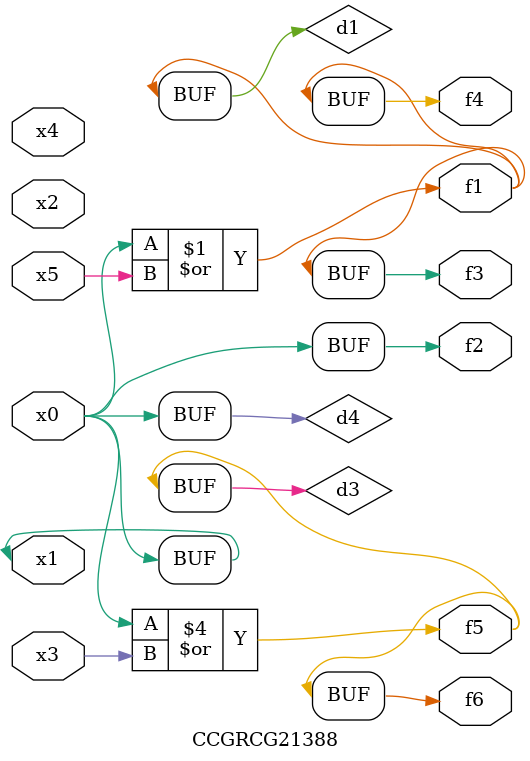
<source format=v>
module CCGRCG21388(
	input x0, x1, x2, x3, x4, x5,
	output f1, f2, f3, f4, f5, f6
);

	wire d1, d2, d3, d4;

	or (d1, x0, x5);
	xnor (d2, x1, x4);
	or (d3, x0, x3);
	buf (d4, x0, x1);
	assign f1 = d1;
	assign f2 = d4;
	assign f3 = d1;
	assign f4 = d1;
	assign f5 = d3;
	assign f6 = d3;
endmodule

</source>
